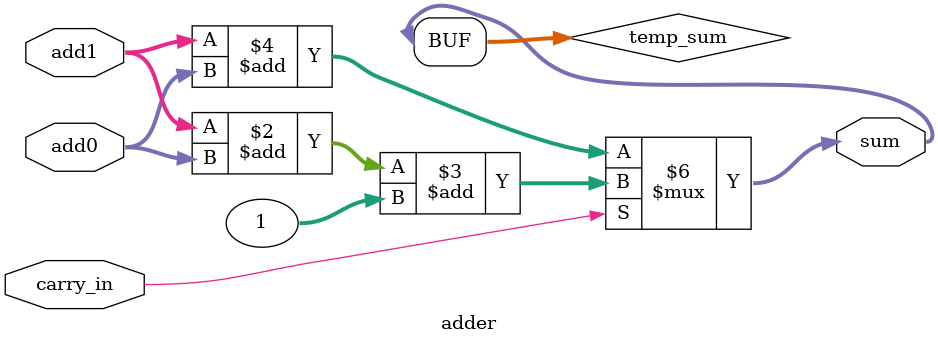
<source format=sv>
module adder (add1,add0,carry_in,sum);
 parameter parallelism=32;
 input unsigned [parallelism-1:0] add1;
 input unsigned [parallelism-1:0] add0;
 input carry_in;
 output unsigned [parallelism-1:0] sum;

 logic unsigned [parallelism-1:0] temp_sum;
 assign sum = temp_sum;

 always_comb begin
   if (carry_in) begin
     temp_sum=add1+add0+1;
   end else begin
     temp_sum=add1+add0;
   end
 end
endmodule //adder

</source>
